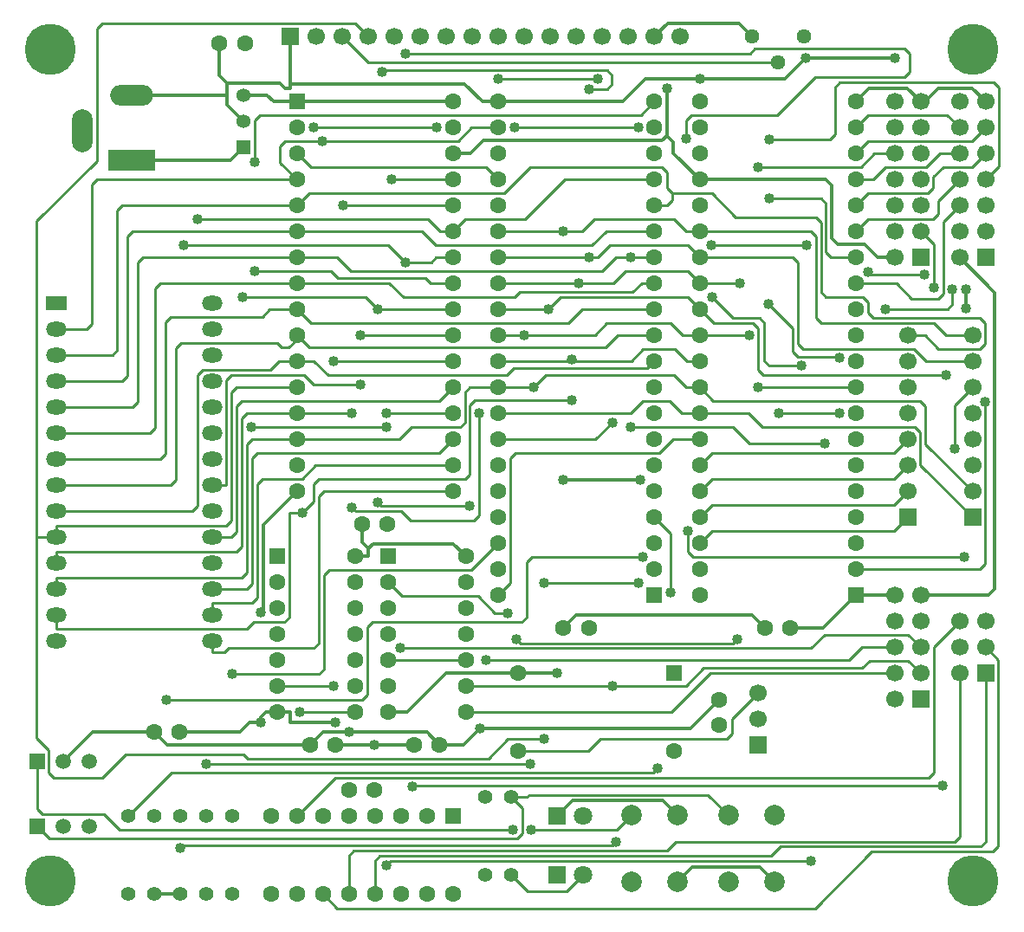
<source format=gbr>
%TF.GenerationSoftware,Novarm,DipTrace,4.3.0.4*%
%TF.CreationDate,2023-02-28T02:37:21+01:00*%
%FSLAX26Y26*%
%MOIN*%
%TF.FileFunction,Copper,L1,Top*%
%TF.Part,Single*%
%TA.AperFunction,Conductor*%
%ADD13C,0.011811*%
%ADD14C,0.009843*%
%TA.AperFunction,ComponentPad*%
%ADD17R,0.062992X0.062992*%
%ADD18C,0.062992*%
%ADD19R,0.066929X0.066929*%
%ADD20C,0.066929*%
%ADD21C,0.07874*%
%ADD22C,0.062992*%
%ADD23R,0.059055X0.059055*%
%ADD24C,0.059055*%
%ADD26C,0.114173*%
%ADD27C,0.19685*%
%TA.AperFunction,ComponentPad*%
%ADD28C,0.056693*%
%ADD29C,0.055118*%
%ADD30C,0.055118*%
%ADD31R,0.07874X0.056693*%
%ADD32O,0.07874X0.056693*%
%ADD33R,0.181102X0.07874*%
%ADD34O,0.165354X0.07874*%
%ADD35O,0.07874X0.165354*%
%ADD38R,0.053465X0.053465*%
%ADD39C,0.053465*%
%ADD40R,0.070866X0.070866*%
%ADD41C,0.070866*%
%TA.AperFunction,ViaPad*%
%ADD42C,0.04*%
G75*
G01*
%LPD*%
X1700000Y2950000D2*
D13*
X1768898D1*
X1818307Y2999409D1*
X2504724D1*
X2524409Y3019094D1*
X2548031Y2995472D1*
Y2952363D1*
X2650197Y2850197D1*
X3500000Y1250000D2*
X3762323D1*
X3785945Y1273622D1*
Y2414055D1*
X3650197Y2549803D1*
X2725000Y849213D2*
X2614094Y738307D1*
X1803701D1*
X1700000Y3150000D2*
X1100000D1*
X2900000Y1125000D2*
X2850591Y1174409D1*
X2175196D1*
X2125984Y1125197D1*
X3250197Y3150197D2*
X3300984Y3200984D1*
X3449016D1*
X3500197Y3149803D1*
X2850394Y3400197D2*
X2799410Y3451181D1*
X2526181D1*
X2475000Y3400000D1*
X1350787Y1525000D2*
Y1453150D1*
X1374409Y1429528D1*
Y1400000D1*
X1325000D1*
X2125984Y1694965D2*
X2421299D1*
X650000Y100000D2*
X550000D1*
X1750000Y1400000D2*
X1700787Y1449213D1*
X1394094D1*
X1374409Y1429528D1*
X2524409Y3019094D2*
Y3199413D1*
X2650197Y2850197D2*
X3134882D1*
X3158504Y2826575D1*
Y2623031D1*
X3182126Y2599409D1*
X3284567D1*
X3334173Y2549803D1*
X3400197D1*
X550000Y725000D2*
X314173D1*
X200000Y610827D1*
X1150787Y675000D2*
X600000D1*
X550000Y725000D1*
X1300787Y724213D2*
X1200000D1*
X1150787Y675000D1*
X1649213D2*
X1600000Y724213D1*
X1300787D1*
X1803701Y738307D2*
X1740394Y675000D1*
X1649213D1*
X1100000Y3150000D2*
X1010630D1*
X985630Y3175000D1*
X893898D1*
X3500197Y3149803D2*
X3517913D1*
X3569094Y3200984D1*
X3699016D1*
X3750197Y3149803D1*
X893898Y2975000D2*
X843898Y2925000D1*
X465000D1*
X2049669Y696260D2*
D14*
X1912300D1*
X1838402Y622362D1*
X909855D1*
X894776Y637441D1*
X439386D1*
X350177Y548232D1*
X163976D1*
X144291Y567917D1*
Y655119D1*
X99213Y700197D1*
Y1475000D1*
Y2691103D1*
X330157Y2922047D1*
Y3430511D1*
X349843Y3450197D1*
X1324803D1*
X1375000Y3400000D1*
X99213Y1475000D2*
X175000D1*
X2650197Y1450197D2*
X2696457Y1496457D1*
X3396457D1*
X3450000Y1550000D1*
X2413858Y1296457D2*
X2049669D1*
X175000Y1475000D2*
Y1518114D1*
X829134D1*
X848819Y1537799D1*
Y2030315D1*
X868504Y2050000D1*
X1100000D1*
X2413858Y3050197D2*
X1938504D1*
X1700000Y2250000D2*
X1345874D1*
X775000Y1675000D2*
X829134D1*
Y2076575D1*
X848819Y2096260D1*
X1128976D1*
X1163543Y2061693D1*
X1345874D1*
X939331Y2496260D2*
X1229705D1*
X1256280Y2469685D1*
X1593280D1*
X1612965Y2450000D1*
X1700000D1*
X939331Y2916453D2*
Y3078543D1*
X959016Y3098228D1*
X2423228D1*
X2475197Y3150197D1*
X1875197Y3050197D2*
X1772245D1*
X1720276Y2998228D1*
X1198071D1*
X1100000Y2850000D2*
X330161D1*
X310476Y2830315D1*
Y2294685D1*
X290791Y2275000D1*
X175000D1*
X1198071Y2998228D2*
X1053740D1*
X1034055Y2978543D1*
Y2915945D1*
X1100000Y2850000D1*
X1700000Y2750000D2*
X1276346D1*
X1100000Y2950000D2*
X1153543Y2896457D1*
X1828937D1*
X1875197Y2850197D1*
X1638661Y3050000D2*
X1163307D1*
X2475197Y2150197D2*
X2448622Y2123622D1*
X1935039D1*
X1907874Y2096457D1*
X1219488D1*
X1165945Y2150000D1*
X1100000D1*
X2650197Y1550197D2*
X2698228Y1598228D1*
X3398228D1*
X3450000Y1650000D1*
X1100000Y2150000D2*
X1030319D1*
X998433Y2118114D1*
X738587D1*
X718902Y2098429D1*
Y1594685D1*
X699217Y1575000D1*
X175000D1*
X2475197Y2250197D2*
X2335481D1*
X2289024Y2203740D1*
X1146260D1*
X1100000Y2250000D1*
X2650197Y1650197D2*
X2698228Y1698228D1*
X3398228D1*
X3450000Y1750000D1*
X1100000Y2250000D2*
Y2235236D1*
X1068504Y2203740D1*
X1042229D1*
X1025886Y2220083D1*
X654102D1*
X634417Y2200398D1*
Y1694685D1*
X614732Y1675000D1*
X175000D1*
X2475197Y2350197D2*
X2198268D1*
X2144528Y2296457D1*
X1153543D1*
X1100000Y2350000D1*
X2650197Y1750197D2*
X2698228Y1798228D1*
X3398228D1*
X3450000Y1850000D1*
X1100000Y2350000D2*
X995988D1*
X966071Y2320083D1*
X614728D1*
X595043Y2300398D1*
Y1794685D1*
X575358Y1775000D1*
X175000D1*
X2475197Y2450197D2*
X2426279D1*
X2392224Y2416142D1*
X1956079D1*
X1936394Y2396457D1*
X1509468D1*
X1455925Y2450000D1*
X1100000D1*
X2696457Y2396457D2*
X2776772Y2316142D1*
X2879488D1*
X2899173Y2296457D1*
Y2152677D1*
X2918858Y2132992D1*
X3042047D1*
X1100000Y2450000D2*
X575358D1*
X555673Y2430315D1*
Y1894685D1*
X535988Y1875000D1*
X175000D1*
X2475197Y2550197D2*
X2383583D1*
X3129803Y1832992D2*
X2842241D1*
X2778776Y1896457D1*
X2383583D1*
X1100000Y2550000D2*
X507597D1*
X487912Y2530315D1*
Y1994688D1*
X468224Y1975000D1*
X175000D1*
X2383583Y2550197D2*
X2329027D1*
X2275287Y2496457D1*
X1309134D1*
X1255591Y2550000D1*
X1100000D1*
X2475197Y2650197D2*
X2289657D1*
X2235917Y2596457D1*
X1633429D1*
X1579886Y2650000D1*
X1100000D1*
X2693571Y2596457D2*
X3061732D1*
X1100000Y2650000D2*
X468224D1*
X448539Y2630315D1*
Y2094685D1*
X428854Y2075000D1*
X175000D1*
X3450000Y2250000D2*
X3517913D1*
X3569094Y2198819D1*
X3728543D1*
X3748228Y2218504D1*
Y2298228D1*
X3728543Y2317913D1*
X3316142D1*
X3296457Y2337598D1*
Y2376772D1*
X3276772Y2396457D1*
X3135866D1*
X3116181Y2416142D1*
Y2684256D1*
X3096496Y2703941D1*
X2788977D1*
X2696457Y2796461D1*
X2543110D1*
X2523425Y2816146D1*
Y2876772D1*
X2503740Y2896457D1*
X1998130D1*
X1898130Y2796457D1*
X1146457D1*
X1100000Y2750000D1*
X2543110Y2796461D2*
Y2769882D1*
X2523425Y2750197D1*
X2475197D1*
X1100000Y2750000D2*
X428854D1*
X409169Y2730315D1*
Y2194685D1*
X389484Y2175000D1*
X175000D1*
X718898Y2696264D2*
X1603212D1*
X1649476Y2650000D1*
X1700000D1*
X1746457Y2696457D1*
X1977681D1*
X2131421Y2850197D1*
X2475197D1*
X664449Y2596260D2*
X1451925D1*
X1516965Y2531220D1*
Y3334961D2*
X2844028D1*
X2862217Y3353150D1*
X3436929D1*
X3456614Y3333465D1*
Y3262992D1*
X3436929Y3243307D1*
X3093035D1*
X2946185Y3096457D1*
X2618543D1*
X2598858Y3076772D1*
Y3006823D1*
X1516965Y2531220D2*
X1616952D1*
X1635732Y2550000D1*
X1700000D1*
X1950000Y650000D2*
X2219670D1*
X2267898Y698228D1*
X2753543D1*
X2773228Y717913D1*
Y773819D1*
X2875000Y875591D1*
X1311110Y1950000D2*
X1100000D1*
X1875197Y1950197D2*
X2383170D1*
X2431398Y1998425D1*
X2534055D1*
X2582283Y1950197D1*
X2650197D1*
X1800709D2*
Y1558150D1*
X1781024Y1538465D1*
X1536641D1*
X1501878Y1573228D1*
X1326189D1*
X1311110Y1588307D1*
X1100000Y1950000D2*
X907874D1*
X888189Y1930315D1*
Y1437799D1*
X868504Y1418114D1*
X175000D1*
Y1375000D1*
X2650197Y1950197D2*
X2837594D1*
X2889563Y1898228D1*
X3478543D1*
X3498228Y1878543D1*
Y1752363D1*
X3700000Y1550591D1*
Y1650591D2*
X3517913Y1832678D1*
Y1978543D1*
X3498228Y1998228D1*
X2702166D1*
X2650197Y2050197D1*
X1100000Y1850000D2*
X927559D1*
X907874Y1830315D1*
Y1337799D1*
X888189Y1318114D1*
X175000D1*
Y1275000D1*
X1875197Y2050197D2*
X1765945D1*
X1746260Y2030512D1*
Y1915945D1*
X1726575Y1896260D1*
X1539945D1*
X1493685Y1850000D1*
X1100000D1*
X2010406Y2050197D2*
X1875197D1*
X2650197D2*
X2597217D1*
X2550957Y2096457D1*
X2056666D1*
X2010406Y2050197D1*
X2156386Y2000039D2*
X1785630D1*
X1765945Y1980354D1*
Y1715945D1*
X1746260Y1696260D1*
X1185630D1*
X1165945Y1676575D1*
Y1611851D1*
X1121102Y1567008D1*
X1875000Y3237126D2*
X2257992D1*
X2603937Y1496457D2*
Y1416142D1*
X2623622Y1396457D1*
X3666181D1*
X1875197Y2150197D2*
X2148197D1*
X2156386Y2158386D1*
X1121102Y1567008D2*
X1071260D1*
Y1165945D1*
X1051575Y1146260D1*
X932771D1*
X906594Y1120083D1*
X175000D1*
Y1175000D1*
X2156386Y2158386D2*
X2171465Y2150197D1*
X2386122D1*
X2432382Y2196457D1*
X2555890D1*
X2602150Y2150197D1*
X2650197D1*
X2156386Y2158386D2*
Y2150197D1*
X2171465D1*
X1700000Y1650000D2*
X1205315D1*
X1185630Y1630315D1*
Y1065945D1*
X1165945Y1046260D1*
X836319D1*
X821949Y1031890D1*
X775000D1*
Y1075000D1*
X1875197Y2250197D2*
X1975906D1*
X2650197D2*
X2840118D1*
X1975906D2*
X2246307D1*
X2292567Y2296457D1*
X2537992D1*
X2584252Y2250197D1*
X2650197D1*
X1700000Y1750000D2*
X1172146D1*
X1120374Y1698228D1*
X966929D1*
X947244Y1678543D1*
Y1239409D1*
X927559Y1219724D1*
X775000D1*
Y1175000D1*
X1875197Y2350197D2*
X2067173D1*
X2650197D2*
X2703937Y2296457D1*
X2855197D1*
X2874882Y2276772D1*
Y2117913D1*
X2894567Y2098228D1*
X3596654D1*
X2067173Y2350197D2*
X2113433Y2396457D1*
X2603937D1*
X2650197Y2350197D1*
X1700000Y1850000D2*
X1646260Y1796260D1*
X947244D1*
X927559Y1776575D1*
Y1294685D1*
X907874Y1275000D1*
X775000D1*
X2805354Y2450197D2*
X2650197D1*
X3631417Y1815827D2*
Y1982008D1*
X3700000Y2050591D1*
X2183858Y2450906D2*
X1961181D1*
X1960472Y2450197D1*
X1875197D1*
X2650197D2*
X2603937Y2496457D1*
X2364850D1*
X2319299Y2450906D1*
X2183858D1*
X1875197Y2550197D2*
X2223228D1*
Y3198425D2*
X2292756D1*
X2312441Y3218110D1*
Y3252205D1*
X2292756Y3271890D1*
X1433233D1*
X1426776Y3265433D1*
X1444528Y1896260D2*
X924252D1*
X1444528Y1950000D2*
X1700000D1*
X2650197Y2550197D2*
X3007287D1*
X3026972Y2530512D1*
Y2217913D1*
X3046657Y2198228D1*
X3474410D1*
X3522047Y2150591D1*
X3700000D1*
X2223228Y2550197D2*
X2259342D1*
X2305602Y2596457D1*
X2603937D1*
X2650197Y2550197D1*
X1700000Y2050000D2*
X1646260Y1996260D1*
X888189D1*
X868504Y1976575D1*
Y1494685D1*
X848819Y1475000D1*
X775000D1*
X1875197Y2650197D2*
X2123228D1*
X2650197D2*
X3076811D1*
X3096496Y2630512D1*
Y2317913D1*
X3116181Y2298228D1*
X3549654D1*
X3597291Y2250591D1*
X3700000D1*
X2123228Y2650197D2*
X2196842D1*
X2243102Y2696457D1*
X2552386D1*
X2598646Y2650197D1*
X2650197D1*
X3400197Y3316417D2*
D13*
X3056303D1*
X1450000Y800000D2*
X1522851D1*
X1672851Y950000D1*
X1950000D1*
X1875197Y3150197D2*
X1813188D1*
X1744291Y3219094D1*
X1075000D1*
Y3199409D1*
X1055398D1*
X1035354Y3219453D1*
X832086D1*
X801575Y3249964D1*
Y3375000D1*
X893898Y3075000D2*
X832087Y3136811D1*
X832086Y3173031D1*
Y3219453D1*
X648425Y725000D2*
X881886D1*
X918815Y761929D1*
X961689D1*
X2563583Y402953D2*
X2506496Y460039D1*
X2159842D1*
X2099803Y400000D1*
X3674370Y2354646D2*
Y2428110D1*
X2938583Y147047D2*
X2881496Y204134D1*
X2620669D1*
X2563583Y147047D1*
X832086Y3173031D2*
X465000D1*
X1249213Y675000D2*
X1399213D1*
X1075000Y3219094D2*
Y3400000D1*
X2649803Y3237130D2*
X2439768D1*
X2352835Y3150197D1*
X1875197D1*
X3056303Y3316417D2*
X2977016Y3237130D1*
X2649803D1*
X1950000Y950000D2*
X2099803D1*
X3250197Y1250197D2*
X3125000Y1125000D1*
X2998425D1*
X3400000Y1250000D2*
X3250197Y1250197D1*
X1025000Y800000D2*
X1074213D1*
Y761929D1*
X1249213D1*
X961689D2*
Y780000D1*
X981689Y800000D1*
X1025000D1*
X1399213Y675000D2*
X1550787D1*
X961689Y1182992D2*
X969882Y1191185D1*
Y1519882D1*
X1100000Y1650000D1*
X1399409Y99606D2*
D14*
Y227165D1*
X1419094Y246850D1*
X2925929D1*
X2961953Y282874D1*
X3730512D1*
X3750197Y302559D1*
Y950591D1*
X1299409Y99606D2*
Y246850D1*
X1319094Y266535D1*
X2523319D1*
X2559343Y302559D1*
X3630512D1*
X3650197Y322244D1*
Y950591D1*
X1199409Y99606D2*
X1254252Y44764D1*
X3093646D1*
X3312071Y263189D1*
X3778740D1*
X3798425Y282874D1*
Y1002362D1*
X3750197Y1050591D1*
X3584961Y519291D2*
X1551495D1*
X1545669Y513465D1*
X3077547Y227165D2*
X1460747D1*
X1445669Y212087D1*
X3650197Y1150591D2*
X3550197Y1050591D1*
Y567913D1*
X3530512Y548228D1*
X1248031D1*
X1099409Y399606D1*
X2329138Y301299D2*
X2314059Y286220D1*
X657909D1*
X650000Y278311D1*
X1998228Y602677D2*
X750000D1*
X1944724Y1081024D2*
X1959803Y1065945D1*
X2777834D1*
X2792913Y1081024D1*
X850000Y946260D2*
X1185630D1*
X1205315Y965945D1*
Y1326575D1*
X1225000Y1346260D1*
X1771260D1*
X1875197Y1450197D1*
X2431823Y1396457D2*
X2005004D1*
X1985319Y1376772D1*
Y1165945D1*
X1965634Y1146260D1*
X1390945D1*
X1371260Y1126575D1*
Y867913D1*
X1351575Y848228D1*
X598232D1*
X2199803Y175000D2*
X2137401Y112598D1*
X1987402D1*
X1925000Y175000D1*
X1275000Y3400000D2*
X1374803Y3300197D1*
X2950394D1*
X2874882Y2898425D2*
X3270768D1*
X3322146Y2949803D1*
X3400197D1*
X2874882Y2050197D2*
X3250197D1*
X3748228Y1995358D2*
Y1369882D1*
X3728543Y1350197D1*
X3250197D1*
X3550394Y2434642D2*
Y2599606D1*
X3500197Y2649803D1*
X3188858Y2163465D2*
X3184567Y2167756D1*
X3026972D1*
X3007287Y2187441D1*
Y2276769D1*
X2913465Y2370591D1*
X3188858Y1950197D2*
X2952835D1*
X3650197Y2949803D2*
X3574311D1*
X3522539Y2898031D1*
X3363976D1*
X3316142Y2850197D1*
X3250197D1*
Y2950197D2*
X3298031Y2998031D1*
X3698425D1*
X3750197Y3049803D1*
X3650197D2*
X3601969Y3098031D1*
X3298031D1*
X3250197Y3050197D1*
X3622559Y2426142D2*
Y2372362D1*
X3602874Y2352677D1*
X3365984D1*
X3296457Y2493571D2*
X3305544Y2484484D1*
X3515630D1*
X3250197Y2450197D2*
X3406248D1*
X3465063Y2391382D1*
X3568110D1*
X3587795Y2411067D1*
Y2687401D1*
X3650197Y2749803D1*
X2918071Y2776780D2*
X3116180D1*
X3135866Y2757094D1*
Y2569882D1*
X3155551Y2550197D1*
X3250197D1*
X2918071Y3003941D2*
X3149871D1*
X3169556Y3023626D1*
Y3203934D1*
X3189244Y3223622D1*
X3780709D1*
X3800394Y3203937D1*
Y2900000D1*
X3750197Y2849803D1*
X3650197D2*
X3568110Y2767716D1*
Y2717716D1*
X3548425Y2698031D1*
X3298031D1*
X3250197Y2650197D1*
X3750197Y2949803D2*
X3698425Y2898031D1*
X3586810D1*
X3548425Y2859646D1*
Y2817716D1*
X3528740Y2798031D1*
X3298031D1*
X3250197Y2750197D1*
X1241583Y2150000D2*
X1700000D1*
X1241583Y900000D2*
X1025000D1*
X1111929Y800000D2*
X1325000D1*
X1750000Y900000D2*
X2314055D1*
X1450000Y1300000D2*
X1503740Y1246260D1*
X1796260D1*
X1861496Y1181024D1*
X1909961D1*
X2314055Y1915433D2*
X2248819Y1850197D1*
X1875197D1*
X2314055Y900000D2*
X2596260D1*
X2665945Y969685D1*
X3275099D1*
X3303642Y998228D1*
X3451772D1*
X3500000Y950000D1*
X1932559Y347839D2*
X417618D1*
X358370Y407087D1*
X119685D1*
X100000Y426772D1*
Y610827D1*
X2386417Y402953D2*
X2330319Y346854D1*
X2003072D1*
X2002087Y347839D1*
X2536535Y1261693D2*
Y1488859D1*
X2475197Y1550197D1*
X2486697Y582992D2*
X2471618Y567913D1*
X617913D1*
X450000Y400000D1*
X1750000Y800000D2*
X2540945D1*
X2690945Y950000D1*
X3400000D1*
X1409764Y1607992D2*
X1424843Y1592913D1*
X1765945D1*
X889488Y2396260D2*
X1363504D1*
X1409764Y2350000D1*
X1700000D1*
X1875197Y1250197D2*
X1921457Y1296457D1*
Y1776772D1*
X1941142Y1796457D1*
X2494587D1*
X2548327Y1850197D1*
X2650197D1*
X2761417Y402953D2*
X2681693Y482677D1*
X1992815D1*
X1985138Y475000D1*
X1925000D1*
X1967323Y432677D1*
Y332760D1*
X1947638Y313075D1*
X147752D1*
X100000Y360827D1*
X1497441Y1046260D2*
X3077843D1*
X3129811Y1098228D1*
X3451772D1*
X3500000Y1050000D1*
X1465437Y2850000D2*
X1700000D1*
X1826969Y1000000D2*
X3225000D1*
X3275000Y1050000D1*
X3400000D1*
X1750000Y1000000D2*
X1450000D1*
D42*
X2421299Y1694965D3*
X2125984D3*
X2524409Y3199413D3*
X1803701Y738307D3*
X1300787Y724213D3*
X2049669Y696260D3*
Y1296457D3*
X2413858D3*
X1938504Y3050197D3*
X2413858D3*
X1345874Y2250000D3*
Y2061693D3*
X939331Y2916453D3*
Y2496260D3*
X1198071Y2998228D3*
X1276346Y2750000D3*
X1163307Y3050000D3*
X1638661D3*
X3042047Y2132992D3*
X2696457Y2396457D3*
X2383583Y1896457D3*
X3129803Y1832992D3*
X2383583Y2550197D3*
X3061732Y2596457D3*
X2693571D3*
X718898Y2696264D3*
X2598858Y3006823D3*
X1516965Y3334961D3*
X664449Y2596260D3*
X1516965Y2531220D3*
X1311110Y1588307D3*
X1800709Y1950197D3*
X1311110Y1950000D3*
X2010406Y2050197D3*
X1121102Y1567008D3*
X2156386Y2000039D3*
X2257992Y3237126D3*
X1875000D3*
X3666181Y1396457D3*
X2603937Y1496457D3*
X2156386Y2158386D3*
X2840118Y2250197D3*
X1975906D3*
X3596654Y2098228D3*
X2067173Y2350197D3*
X2805354Y2450197D3*
X3631417Y1815827D3*
X2183858Y2450906D3*
X1426776Y3265433D3*
X2223228Y3198425D3*
X924252Y1896260D3*
X1444528D3*
Y1950000D3*
X2223228Y2550197D3*
X2123228Y2650197D3*
X2649803Y3237130D3*
X3674370Y2428110D3*
Y2354646D3*
X1249213Y761929D3*
X3400197Y3316417D3*
X961689Y1182992D3*
X2099803Y950000D3*
X961689Y761929D3*
X3056303Y3316417D3*
X1399213Y675000D3*
X1545669Y513465D3*
X3584961Y519291D3*
X1445669Y212087D3*
X3077547Y227165D3*
X650000Y278311D3*
X2329138Y301299D3*
X750000Y602677D3*
X1998228D3*
X2792913Y1081024D3*
X1944724D3*
X850000Y946260D3*
X598232Y848228D3*
X2431823Y1396457D3*
X2874882Y2898425D3*
Y2050197D3*
X3748228Y1995358D3*
X3550394Y2434642D3*
X2913465Y2370591D3*
X3188858Y2163465D3*
X2952835Y1950197D3*
X3188858D3*
X3365984Y2352677D3*
X3622559Y2426142D3*
X3515630Y2484484D3*
X3296457Y2493571D3*
X2918071Y2776780D3*
Y3003941D3*
X1241583Y2150000D3*
Y900000D3*
X1111929Y800000D3*
X2314055Y900000D3*
X1909961Y1181024D3*
X2314055Y1915433D3*
X1932559Y347839D3*
X2002087D3*
X2536535Y1261693D3*
X2486697Y582992D3*
X1765945Y1592913D3*
X1409764Y1607992D3*
X889488Y2396260D3*
X1409764Y2350000D3*
X1497441Y1046260D3*
X1465437Y2850000D3*
X1826969Y1000000D3*
D17*
X1100000Y3150000D3*
D18*
Y3050000D3*
Y2950000D3*
Y2850000D3*
Y2750000D3*
Y2650000D3*
Y2550000D3*
Y2450000D3*
Y2350000D3*
Y2250000D3*
Y2150000D3*
Y2050000D3*
Y1950000D3*
Y1850000D3*
Y1750000D3*
Y1650000D3*
X1700000D3*
Y1750000D3*
Y1850000D3*
Y1950000D3*
Y2050000D3*
Y2150000D3*
Y2250000D3*
Y2350000D3*
Y2450000D3*
Y2550000D3*
Y2650000D3*
Y2750000D3*
Y2850000D3*
Y2950000D3*
Y3050000D3*
Y3150000D3*
D17*
X3250197Y1250197D3*
D18*
Y1350197D3*
Y1450197D3*
Y1550197D3*
Y1650197D3*
Y1750197D3*
Y1850197D3*
Y1950197D3*
Y2050197D3*
Y2150197D3*
Y2250197D3*
Y2350197D3*
Y2450197D3*
Y2550197D3*
Y2650197D3*
Y2750197D3*
Y2850197D3*
Y2950197D3*
Y3050197D3*
Y3150197D3*
X2650197D3*
Y3050197D3*
Y2950197D3*
Y2850197D3*
Y2750197D3*
Y2650197D3*
Y2550197D3*
Y2450197D3*
Y2350197D3*
Y2250197D3*
Y2150197D3*
Y2050197D3*
Y1950197D3*
Y1850197D3*
Y1750197D3*
Y1650197D3*
Y1550197D3*
Y1450197D3*
Y1350197D3*
Y1250197D3*
D19*
X3700000Y1550591D3*
D20*
Y1650591D3*
Y1750591D3*
Y1850591D3*
Y1950591D3*
Y2050591D3*
Y2150591D3*
Y2250591D3*
D21*
X2761417Y402953D3*
Y147047D3*
X2938583D3*
Y402953D3*
D22*
X1150787Y675000D3*
X1249213D3*
D23*
X100000Y360827D3*
D24*
X200000D3*
X300000D3*
D22*
X1399213Y500000D3*
X1300787D3*
D26*
X150000Y150000D3*
D27*
D3*
D19*
X3750197Y950591D3*
D20*
X3650197D3*
X3750197Y1050591D3*
X3650197D3*
X3750197Y1150591D3*
X3650197D3*
D28*
X3050394Y3400197D3*
X2950394Y3300197D3*
X2850394Y3400197D3*
D17*
X1450000Y1400000D3*
D18*
Y1300000D3*
Y1200000D3*
Y1100000D3*
Y1000000D3*
Y900000D3*
Y800000D3*
X1750000D3*
Y900000D3*
Y1000000D3*
Y1100000D3*
Y1200000D3*
Y1300000D3*
Y1400000D3*
D17*
X2475197Y1250197D3*
D18*
Y1350197D3*
Y1450197D3*
Y1550197D3*
Y1650197D3*
Y1750197D3*
Y1850197D3*
Y1950197D3*
Y2050197D3*
Y2150197D3*
Y2250197D3*
Y2350197D3*
Y2450197D3*
Y2550197D3*
Y2650197D3*
Y2750197D3*
Y2850197D3*
Y2950197D3*
Y3050197D3*
Y3150197D3*
X1875197D3*
Y3050197D3*
Y2950197D3*
Y2850197D3*
Y2750197D3*
Y2650197D3*
Y2550197D3*
Y2450197D3*
Y2350197D3*
Y2250197D3*
Y2150197D3*
Y2050197D3*
Y1950197D3*
Y1850197D3*
Y1750197D3*
Y1650197D3*
Y1550197D3*
Y1450197D3*
Y1350197D3*
Y1250197D3*
D29*
X750000Y100000D3*
D30*
Y400000D3*
D22*
X1350787Y1525000D3*
X1449213D3*
D26*
X150000Y3350000D3*
D27*
D3*
D29*
X1925000Y475000D3*
D30*
Y175000D3*
D19*
X1075000Y3400000D3*
D20*
X1175000D3*
X1275000D3*
X1375000D3*
X1475000D3*
X1575000D3*
X1675000D3*
X1775000D3*
X1875000D3*
X1975000D3*
X2075000D3*
X2175000D3*
X2275000D3*
X2375000D3*
X2475000D3*
X2575000D3*
D31*
X175000Y2375000D3*
D32*
Y2275000D3*
Y2175000D3*
Y2075000D3*
Y1975000D3*
Y1875000D3*
Y1775000D3*
Y1675000D3*
Y1575000D3*
Y1475000D3*
Y1375000D3*
Y1275000D3*
Y1175000D3*
Y1075000D3*
X775000D3*
Y1175000D3*
Y1275000D3*
Y1375000D3*
Y1475000D3*
Y1575000D3*
Y1675000D3*
Y1775000D3*
Y1875000D3*
Y1975000D3*
Y2075000D3*
Y2175000D3*
Y2275000D3*
Y2375000D3*
D19*
X3500197Y2549803D3*
D20*
X3400197D3*
X3500197Y2649803D3*
X3400197D3*
X3500197Y2749803D3*
X3400197D3*
X3500197Y2849803D3*
X3400197D3*
X3500197Y2949803D3*
X3400197D3*
X3500197Y3049803D3*
X3400197D3*
X3500197Y3149803D3*
X3400197D3*
D19*
X3450000Y1550000D3*
D20*
Y1650000D3*
Y1750000D3*
Y1850000D3*
Y1950000D3*
Y2050000D3*
Y2150000D3*
Y2250000D3*
D17*
X2550000Y950000D3*
D22*
X1950000D3*
Y650000D3*
X2550000D3*
D19*
X2875000Y675591D3*
D20*
Y775591D3*
Y875591D3*
D21*
X2386417Y402953D3*
Y147047D3*
X2563583Y402953D3*
Y147047D3*
D19*
X3500000Y850000D3*
D20*
X3400000D3*
X3500000Y950000D3*
X3400000D3*
X3500000Y1050000D3*
X3400000D3*
X3500000Y1150000D3*
X3400000D3*
X3500000Y1250000D3*
X3400000D3*
D22*
X1649213Y675000D3*
X1550787D3*
D33*
X465000Y2925000D3*
D34*
Y3173031D3*
D35*
X276024Y3039173D3*
D38*
X893898Y2975000D3*
D39*
Y3075000D3*
Y3175000D3*
D29*
X1825000Y475000D3*
D30*
Y175000D3*
D29*
X650000Y100000D3*
D30*
Y400000D3*
D29*
X450000Y100000D3*
D30*
Y400000D3*
D22*
X900000Y3375000D3*
X801575D3*
D19*
X3750197Y2549803D3*
D20*
X3650197D3*
X3750197Y2649803D3*
X3650197D3*
X3750197Y2749803D3*
X3650197D3*
X3750197Y2849803D3*
X3650197D3*
X3750197Y2949803D3*
X3650197D3*
X3750197Y3049803D3*
X3650197D3*
X3750197Y3149803D3*
X3650197D3*
D22*
X550000Y725000D3*
X648425D3*
D17*
X1699409Y399606D3*
D18*
X1599409D3*
X1499409D3*
X1399409D3*
X1299409D3*
X1199409D3*
X1099409D3*
X999409D3*
Y99606D3*
X1099409D3*
X1199409D3*
X1299409D3*
X1399409D3*
X1499409D3*
X1599409D3*
X1699409D3*
D27*
X3700000Y150000D3*
D26*
D3*
D40*
X2099803Y175000D3*
D41*
X2199803D3*
D40*
X2099803Y400000D3*
D41*
X2199803D3*
D26*
X3700000Y3350000D3*
D27*
D3*
D23*
X100000Y610827D3*
D24*
X200000D3*
X300000D3*
D22*
X2900000Y1125000D3*
X2998425D3*
D29*
X550000Y100000D3*
D30*
Y400000D3*
D29*
X850000Y100000D3*
D30*
Y400000D3*
D22*
X2125984Y1125197D3*
X2224409D3*
X2725000Y750787D3*
Y849213D3*
D17*
X1025000Y1400000D3*
D18*
Y1300000D3*
Y1200000D3*
Y1100000D3*
Y1000000D3*
Y900000D3*
Y800000D3*
X1325000D3*
Y900000D3*
Y1000000D3*
Y1100000D3*
Y1200000D3*
Y1300000D3*
Y1400000D3*
M02*

</source>
